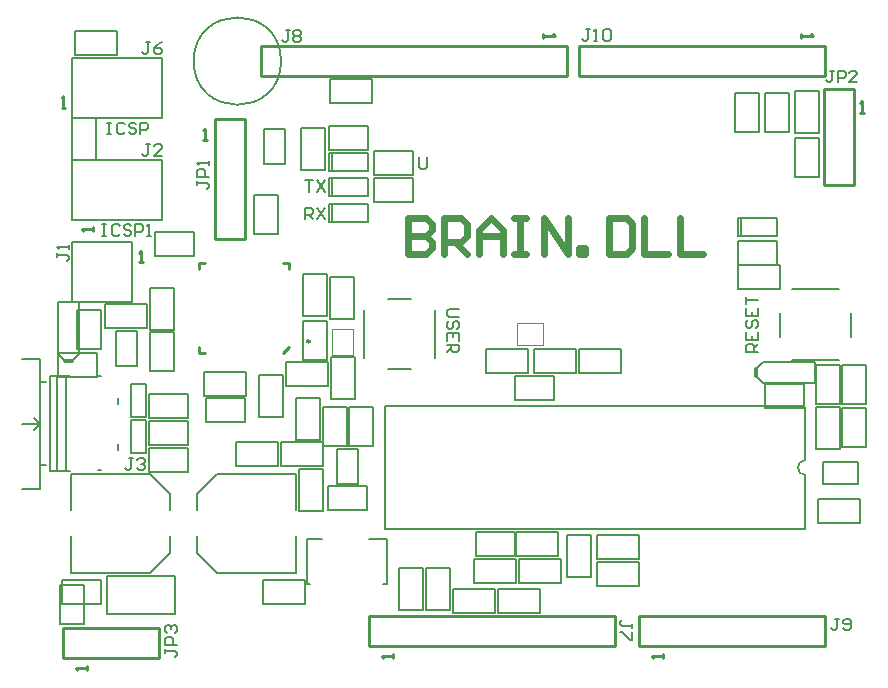
<source format=gto>
G04*
G04 #@! TF.GenerationSoftware,Altium Limited,Altium Designer,21.7.1 (17)*
G04*
G04 Layer_Color=65535*
%FSLAX44Y44*%
%MOMM*%
G71*
G04*
G04 #@! TF.SameCoordinates,7A3013B2-BE9A-4409-8891-BE4D90AA3B49*
G04*
G04*
G04 #@! TF.FilePolarity,Positive*
G04*
G01*
G75*
%ADD10C,0.2000*%
%ADD11C,0.2540*%
%ADD12C,0.3000*%
%ADD13C,0.1200*%
%ADD14C,0.6000*%
D10*
X189400Y508000D02*
G03*
X189400Y508000I-37000J0D01*
G01*
X633350Y170180D02*
G03*
X633350Y157480I0J-6350D01*
G01*
X211000Y65250D02*
Y103250D01*
X224000D01*
X264000D02*
X279000D01*
Y65250D02*
Y103250D01*
X276000Y65250D02*
X279000D01*
X211000D02*
X214000D01*
X12700Y373380D02*
Y424180D01*
Y373380D02*
X88900D01*
Y424180D01*
X12700D02*
X88900D01*
X12700Y459740D02*
Y510540D01*
Y459740D02*
X88900D01*
Y510540D01*
X12700D02*
X88900D01*
X12700Y303900D02*
Y316600D01*
Y342000D02*
Y354700D01*
Y303900D02*
X63500D01*
X12700Y316600D02*
Y342000D01*
Y354700D02*
X63500D01*
Y303900D02*
Y354700D01*
X174642Y450610D02*
X192642D01*
Y420610D02*
Y450610D01*
X174642Y420610D02*
X192642D01*
X174642D02*
Y450610D01*
X49250Y279750D02*
X67250D01*
Y249750D02*
Y279750D01*
X49250Y249750D02*
X67250D01*
X49250D02*
Y279750D01*
X677940Y150258D02*
Y168258D01*
X647940Y150258D02*
X677940D01*
X647940D02*
Y168258D01*
X677940D01*
X236500Y180000D02*
X254500D01*
Y150000D02*
Y180000D01*
X236500Y150000D02*
X254500D01*
X236500D02*
Y180000D01*
X11340Y127840D02*
Y158840D01*
Y74840D02*
Y105840D01*
X95340Y127840D02*
Y141840D01*
Y91840D02*
Y105840D01*
X78340Y158840D02*
X95340Y141840D01*
X11340Y74840D02*
X78340D01*
X11340Y158840D02*
X78340D01*
Y74840D02*
X95340Y91840D01*
X202020Y74840D02*
Y105840D01*
Y127840D02*
Y158840D01*
X118020Y91840D02*
Y105840D01*
Y127840D02*
Y141840D01*
Y91840D02*
X135020Y74840D01*
Y158840D02*
X202020D01*
X135020Y74840D02*
X202020D01*
X118020Y141840D02*
X135020Y158840D01*
X42000Y40000D02*
Y72000D01*
Y40000D02*
X100000D01*
Y72000D01*
X42000D02*
X100000D01*
X671604Y274734D02*
Y294734D01*
X611604Y274734D02*
Y294734D01*
X621604Y254734D02*
X661604D01*
X621604Y314734D02*
X661604D01*
X279750Y247000D02*
X299750D01*
X279750Y307000D02*
X299750D01*
X259750Y257000D02*
Y297000D01*
X319750Y257000D02*
Y297000D01*
X230378Y393954D02*
X232918D01*
X230378Y409194D02*
X232918D01*
Y393954D02*
Y409194D01*
X263398D01*
Y393954D02*
Y409194D01*
X232918Y393954D02*
X263398D01*
X230378D02*
Y409194D01*
X230124Y371602D02*
X232664D01*
X230124Y386842D02*
X232664D01*
Y371602D02*
Y386842D01*
X263144D01*
Y371602D02*
Y386842D01*
X232664Y371602D02*
X263144D01*
X230124D02*
Y386842D01*
Y415290D02*
X232664D01*
X230124Y430530D02*
X232664D01*
Y415290D02*
Y430530D01*
X263144D01*
Y415290D02*
Y430530D01*
X232664Y415290D02*
X263144D01*
X230124D02*
Y430530D01*
X576326Y359918D02*
X578866D01*
X576326Y375158D02*
X578866D01*
Y359918D02*
Y375158D01*
X609346D01*
Y359918D02*
Y375158D01*
X578866Y359918D02*
X609346D01*
X576326D02*
Y375158D01*
X144Y260416D02*
Y304416D01*
X18144Y260416D02*
Y304416D01*
X144D02*
X18144D01*
X144Y260416D02*
X6144Y254416D01*
X12144D02*
X18144Y260416D01*
X597474Y253348D02*
X641474D01*
X597474Y235348D02*
X641474D01*
Y253348D01*
X591474Y247348D02*
X597474Y253348D01*
X591474Y241348D02*
X597474Y235348D01*
X75100Y206530D02*
Y234470D01*
X62400Y206530D02*
X75100D01*
X62400D02*
Y234470D01*
X75100D01*
X62150Y175780D02*
Y203720D01*
X74850D01*
Y175780D02*
Y203720D01*
X62150Y175780D02*
X74850D01*
X-19630Y196000D02*
X-14630Y201000D01*
X-19630Y206000D02*
X-14630Y201000D01*
X-29630D02*
X-14630D01*
X-29630Y146000D02*
X-14630D01*
Y148000D01*
Y166000D02*
X-9630D01*
X-14630Y236000D02*
X-9630D01*
X-14630Y148000D02*
Y256000D01*
X-29630D02*
X-14630D01*
X7370Y161000D02*
Y241000D01*
X51370Y179000D02*
Y184000D01*
Y218000D02*
Y223000D01*
X33370Y241000D02*
X37370D01*
X34370Y162000D02*
X37370D01*
X-630Y161000D02*
X10370D01*
X-6600Y241030D02*
X10340D01*
X-6630Y241000D02*
X-6600Y241030D01*
X-6630Y161000D02*
Y241000D01*
Y161000D02*
X-630D01*
Y241000D01*
X186660Y361990D02*
Y395010D01*
X166340D02*
X186660D01*
X166340Y361990D02*
Y395010D01*
Y361990D02*
X186660D01*
X268067Y411883D02*
Y432203D01*
X301087D01*
Y411883D02*
Y432203D01*
X268067Y411883D02*
X301087D01*
X267990Y388340D02*
X301010D01*
Y408660D01*
X267990D02*
X301010D01*
X267990Y388340D02*
Y408660D01*
X125490Y202090D02*
Y222410D01*
X158510D01*
Y202090D02*
Y222410D01*
X125490Y202090D02*
X158510D01*
X99160Y245240D02*
Y278260D01*
X78840D02*
X99160D01*
X78840Y245240D02*
Y278260D01*
Y245240D02*
X99160D01*
X115570Y342900D02*
Y363220D01*
X82550Y342900D02*
X115570D01*
X82550D02*
Y363220D01*
X115570D01*
X228600Y255270D02*
Y288290D01*
X208280D02*
X228600D01*
X208280Y255270D02*
Y288290D01*
Y255270D02*
X228600D01*
X77490Y205840D02*
Y226160D01*
X110510D01*
Y205840D02*
Y226160D01*
X77490Y205840D02*
X110510D01*
X77490Y183340D02*
X110510D01*
Y203660D01*
X77490D02*
X110510D01*
X77490Y183340D02*
Y203660D01*
X110490Y160020D02*
Y180340D01*
X77470Y160020D02*
X110490D01*
X77470D02*
Y180340D01*
X110490D01*
X619760Y448310D02*
Y481330D01*
X599440D02*
X619760D01*
X599440Y448310D02*
Y481330D01*
Y448310D02*
X619760D01*
X574040D02*
X594360D01*
X574040D02*
Y481330D01*
X594360D01*
Y448310D02*
Y481330D01*
X624840Y410210D02*
Y443230D01*
Y410210D02*
X645160D01*
Y443230D01*
X624840D02*
X645160D01*
X36830Y48260D02*
Y68580D01*
X3810Y48260D02*
X36830D01*
X3810D02*
Y68580D01*
X36830D01*
X2540Y31750D02*
Y64770D01*
Y31750D02*
X22860D01*
Y64770D01*
X2540D02*
X22860D01*
X387350Y88900D02*
Y109220D01*
X354330Y88900D02*
X387350D01*
X354330D02*
Y109220D01*
X387350D01*
X598932Y214376D02*
X631952D01*
Y234696D01*
X598932D02*
X631952D01*
X598932Y214376D02*
Y234696D01*
X230378Y433070D02*
Y453390D01*
X263398D01*
Y433070D02*
Y453390D01*
X230378Y433070D02*
X263398D01*
X576580Y335534D02*
X609600D01*
Y355854D01*
X576580D02*
X609600D01*
X576580Y335534D02*
Y355854D01*
X420370Y220980D02*
Y241300D01*
X387350Y220980D02*
X420370D01*
X387350D02*
Y241300D01*
X420370D01*
X684784Y181102D02*
Y214122D01*
X664464D02*
X684784D01*
X664464Y181102D02*
Y214122D01*
Y181102D02*
X684784D01*
X33274Y240792D02*
Y261112D01*
X254Y240792D02*
X33274D01*
X254D02*
Y261112D01*
X33274D01*
X664210Y217424D02*
Y250444D01*
Y217424D02*
X684530D01*
Y250444D01*
X664210D02*
X684530D01*
X225340Y215010D02*
X245660D01*
Y181990D02*
Y215010D01*
X225340Y181990D02*
X245660D01*
X225340D02*
Y215010D01*
X229240Y127590D02*
X262260D01*
Y147910D01*
X229240D02*
X262260D01*
X229240Y127590D02*
Y147910D01*
X17018Y264668D02*
X37338D01*
X17018D02*
Y297688D01*
X37338D01*
Y264668D02*
Y297688D01*
X642366Y217424D02*
Y250444D01*
Y217424D02*
X662686D01*
Y250444D01*
X642366D02*
X662686D01*
X247090Y215010D02*
X267410D01*
Y181990D02*
Y215010D01*
X247090Y181990D02*
X267410D01*
X247090D02*
Y215010D01*
X633350Y170180D02*
Y214630D01*
X632080Y215900D02*
X633350Y214630D01*
Y111760D02*
Y157480D01*
X277750Y111760D02*
X633350D01*
X277750Y215900D02*
X632080D01*
X277750Y111760D02*
Y215900D01*
X202340Y187220D02*
X222660D01*
X202340D02*
Y222780D01*
X222660D01*
Y187220D02*
Y222780D01*
X229030Y233090D02*
Y253410D01*
X193470Y233090D02*
X229030D01*
X193470D02*
Y253410D01*
X229030D01*
X208280Y327660D02*
X228600D01*
Y292100D02*
Y327660D01*
X208280Y292100D02*
X228600D01*
X208280D02*
Y327660D01*
X171090Y206970D02*
X191410D01*
X171090D02*
Y242530D01*
X191410D01*
Y206970D02*
Y242530D01*
X160030Y224340D02*
Y244660D01*
X124470Y224340D02*
X160030D01*
X124470D02*
Y244660D01*
X160030D01*
X12700Y459740D02*
X33020D01*
Y424180D02*
Y459740D01*
X12700Y424180D02*
X33020D01*
X12700D02*
Y459740D01*
X231140Y325120D02*
X251460D01*
Y289560D02*
Y325120D01*
X231140Y289560D02*
X251460D01*
X231140D02*
Y325120D01*
X231340Y221720D02*
X251660D01*
X231340D02*
Y257280D01*
X251660D01*
Y221720D02*
Y257280D01*
X624840Y482600D02*
X645160D01*
Y447040D02*
Y482600D01*
X624840Y447040D02*
X645160D01*
X624840D02*
Y482600D01*
X173720Y48090D02*
Y68410D01*
X209280D01*
Y48090D02*
Y68410D01*
X173720Y48090D02*
X209280D01*
X289340Y79030D02*
X309660D01*
Y43470D02*
Y79030D01*
X289340Y43470D02*
X309660D01*
X289340D02*
Y79030D01*
X312420Y78740D02*
X332740D01*
Y43180D02*
Y78740D01*
X312420Y43180D02*
X332740D01*
X312420D02*
Y78740D01*
X335280Y40640D02*
Y60960D01*
X370840D01*
Y40640D02*
Y60960D01*
X335280Y40640D02*
X370840D01*
X408940D02*
Y60960D01*
X373380Y40640D02*
X408940D01*
X373380D02*
Y60960D01*
X408940D01*
X612140Y314960D02*
Y335280D01*
X576580Y314960D02*
X612140D01*
X576580D02*
Y335280D01*
X612140D01*
X50800Y513080D02*
Y533400D01*
X15240Y513080D02*
X50800D01*
X15240D02*
Y533400D01*
X50800D01*
X492760Y63500D02*
Y83820D01*
X457200Y63500D02*
X492760D01*
X457200D02*
Y83820D01*
X492760D01*
X441960Y243840D02*
Y264160D01*
X477520D01*
Y243840D02*
Y264160D01*
X441960Y243840D02*
X477520D01*
X266530Y472340D02*
Y492660D01*
X230970Y472340D02*
X266530D01*
X230970D02*
Y492660D01*
X266530D01*
X426720Y66040D02*
Y86360D01*
X391160Y66040D02*
X426720D01*
X391160D02*
Y86360D01*
X426720D01*
X388620Y88900D02*
Y109220D01*
X424180D01*
Y88900D02*
Y109220D01*
X388620Y88900D02*
X424180D01*
X431800Y71120D02*
X452120D01*
X431800D02*
Y106680D01*
X452120D01*
Y71120D02*
Y106680D01*
X206248Y415798D02*
X226568D01*
X206248D02*
Y451358D01*
X226568D01*
Y415798D02*
Y451358D01*
X363220Y243840D02*
Y264160D01*
X398780D01*
Y243840D02*
Y264160D01*
X363220Y243840D02*
X398780D01*
X439420D02*
Y264160D01*
X403860Y243840D02*
X439420D01*
X403860D02*
Y264160D01*
X439420D01*
X78590Y315780D02*
X98910D01*
Y280220D02*
Y315780D01*
X78590Y280220D02*
X98910D01*
X78590D02*
Y315780D01*
X679450Y116586D02*
Y136906D01*
X643890Y116586D02*
X679450D01*
X643890D02*
Y136906D01*
X679450D01*
X151470Y165590D02*
Y185910D01*
X187030D01*
Y165590D02*
Y185910D01*
X151470Y165590D02*
X187030D01*
X40720Y281840D02*
Y302160D01*
X76280D01*
Y281840D02*
Y302160D01*
X40720Y281840D02*
X76280D01*
X642112Y215392D02*
X662432D01*
Y179832D02*
Y215392D01*
X642112Y179832D02*
X662432D01*
X642112D02*
Y215392D01*
X204340Y163030D02*
X224660D01*
Y127470D02*
Y163030D01*
X204340Y127470D02*
X224660D01*
X204340D02*
Y163030D01*
X224780Y164840D02*
Y185160D01*
X189220Y164840D02*
X224780D01*
X189220D02*
Y185160D01*
X224780D01*
X492760Y86360D02*
Y106680D01*
X457200Y86360D02*
X492760D01*
X457200D02*
Y106680D01*
X492760D01*
X353060Y66040D02*
Y86360D01*
X388620D01*
Y66040D02*
Y86360D01*
X353060Y66040D02*
X388620D01*
X306000Y426997D02*
Y418666D01*
X307666Y417000D01*
X310998D01*
X312665Y418666D01*
Y426997D01*
X210000Y406997D02*
X216665D01*
X213332D01*
Y397000D01*
X219997Y406997D02*
X226661Y397000D01*
Y406997D02*
X219997Y397000D01*
X210000Y374000D02*
Y383997D01*
X214998D01*
X216665Y382331D01*
Y378998D01*
X214998Y377332D01*
X210000D01*
X213332D02*
X216665Y374000D01*
X219997Y383997D02*
X226661Y374000D01*
Y383997D02*
X219997Y374000D01*
X37750Y369997D02*
X41082D01*
X39416D01*
Y360000D01*
X37750D01*
X41082D01*
X52745Y368331D02*
X51079Y369997D01*
X47747D01*
X46081Y368331D01*
Y361666D01*
X47747Y360000D01*
X51079D01*
X52745Y361666D01*
X62742Y368331D02*
X61076Y369997D01*
X57744D01*
X56077Y368331D01*
Y366665D01*
X57744Y364998D01*
X61076D01*
X62742Y363332D01*
Y361666D01*
X61076Y360000D01*
X57744D01*
X56077Y361666D01*
X66074Y360000D02*
Y369997D01*
X71073D01*
X72739Y368331D01*
Y364998D01*
X71073Y363332D01*
X66074D01*
X76071Y360000D02*
X79403D01*
X77737D01*
Y369997D01*
X76071Y368331D01*
X42000Y455997D02*
X45332D01*
X43666D01*
Y446000D01*
X42000D01*
X45332D01*
X56995Y454331D02*
X55329Y455997D01*
X51997D01*
X50331Y454331D01*
Y447666D01*
X51997Y446000D01*
X55329D01*
X56995Y447666D01*
X66992Y454331D02*
X65326Y455997D01*
X61994D01*
X60327Y454331D01*
Y452664D01*
X61994Y450998D01*
X65326D01*
X66992Y449332D01*
Y447666D01*
X65326Y446000D01*
X61994D01*
X60327Y447666D01*
X70324Y446000D02*
Y455997D01*
X75323D01*
X76989Y454331D01*
Y450998D01*
X75323Y449332D01*
X70324D01*
X339997Y298000D02*
X331666D01*
X330000Y296334D01*
Y293002D01*
X331666Y291336D01*
X339997D01*
X338331Y281339D02*
X339997Y283005D01*
Y286337D01*
X338331Y288003D01*
X336665D01*
X334998Y286337D01*
Y283005D01*
X333332Y281339D01*
X331666D01*
X330000Y283005D01*
Y286337D01*
X331666Y288003D01*
X339997Y271342D02*
Y278006D01*
X330000D01*
Y271342D01*
X334998Y278006D02*
Y274674D01*
X330000Y268010D02*
X339997D01*
Y263011D01*
X338331Y261345D01*
X334998D01*
X333332Y263011D01*
Y268010D01*
Y264677D02*
X330000Y261345D01*
X593000Y262000D02*
X583003D01*
Y266998D01*
X584669Y268664D01*
X588002D01*
X589668Y266998D01*
Y262000D01*
Y265332D02*
X593000Y268664D01*
X583003Y278661D02*
Y271997D01*
X593000D01*
Y278661D01*
X588002Y271997D02*
Y275329D01*
X584669Y288658D02*
X583003Y286992D01*
Y283660D01*
X584669Y281994D01*
X586335D01*
X588002Y283660D01*
Y286992D01*
X589668Y288658D01*
X591334D01*
X593000Y286992D01*
Y283660D01*
X591334Y281994D01*
X583003Y298655D02*
Y291990D01*
X593000D01*
Y298655D01*
X588002Y291990D02*
Y295322D01*
X583003Y301987D02*
Y308652D01*
Y305319D01*
X593000D01*
X91002Y10335D02*
Y7003D01*
Y8669D01*
X99332D01*
X100998Y7003D01*
Y5337D01*
X99332Y3671D01*
X100998Y13668D02*
X91002D01*
Y18666D01*
X92668Y20332D01*
X96000D01*
X97666Y18666D01*
Y13668D01*
X92668Y23665D02*
X91002Y25331D01*
Y28663D01*
X92668Y30329D01*
X94334D01*
X96000Y28663D01*
Y26997D01*
Y28663D01*
X97666Y30329D01*
X99332D01*
X100998Y28663D01*
Y25331D01*
X99332Y23665D01*
X657336Y499998D02*
X654003D01*
X655669D01*
Y491668D01*
X654003Y490002D01*
X652337D01*
X650671Y491668D01*
X660668Y490002D02*
Y499998D01*
X665666D01*
X667332Y498332D01*
Y495000D01*
X665666Y493334D01*
X660668D01*
X677329Y490002D02*
X670665D01*
X677329Y496666D01*
Y498332D01*
X675663Y499998D01*
X672331D01*
X670665Y498332D01*
X118502Y406752D02*
Y403419D01*
Y405085D01*
X126832D01*
X128498Y403419D01*
Y401753D01*
X126832Y400087D01*
X128498Y410084D02*
X118502D01*
Y415082D01*
X120168Y416748D01*
X123500D01*
X125166Y415082D01*
Y410084D01*
X128498Y420081D02*
Y423413D01*
Y421747D01*
X118502D01*
X120168Y420081D01*
X450668Y534998D02*
X447336D01*
X449002D01*
Y526668D01*
X447336Y525002D01*
X445670D01*
X444004Y526668D01*
X454001Y525002D02*
X457333D01*
X455667D01*
Y534998D01*
X454001Y533332D01*
X462332D02*
X463998Y534998D01*
X467330D01*
X468996Y533332D01*
Y526668D01*
X467330Y525002D01*
X463998D01*
X462332Y526668D01*
Y533332D01*
X661584Y35998D02*
X658252D01*
X659918D01*
Y27668D01*
X658252Y26002D01*
X656585D01*
X654919Y27668D01*
X664916D02*
X666582Y26002D01*
X669914D01*
X671581Y27668D01*
Y34332D01*
X669914Y35998D01*
X666582D01*
X664916Y34332D01*
Y32666D01*
X666582Y31000D01*
X671581D01*
X196584Y533998D02*
X193252D01*
X194918D01*
Y525668D01*
X193252Y524002D01*
X191586D01*
X189919Y525668D01*
X199916Y532332D02*
X201582Y533998D01*
X204914D01*
X206581Y532332D01*
Y530666D01*
X204914Y529000D01*
X206581Y527334D01*
Y525668D01*
X204914Y524002D01*
X201582D01*
X199916Y525668D01*
Y527334D01*
X201582Y529000D01*
X199916Y530666D01*
Y532332D01*
X201582Y529000D02*
X204914D01*
X486748Y28166D02*
Y31498D01*
Y29832D01*
X478418D01*
X476752Y31498D01*
Y33165D01*
X478418Y34831D01*
X486748Y24834D02*
Y18169D01*
X485082D01*
X478418Y24834D01*
X476752D01*
X78334Y523998D02*
X75002D01*
X76668D01*
Y515668D01*
X75002Y514002D01*
X73335D01*
X71669Y515668D01*
X88331Y523998D02*
X84998Y522332D01*
X81666Y519000D01*
Y515668D01*
X83332Y514002D01*
X86664D01*
X88331Y515668D01*
Y517334D01*
X86664Y519000D01*
X81666D01*
X64334Y171998D02*
X61002D01*
X62668D01*
Y163668D01*
X61002Y162002D01*
X59335D01*
X57669Y163668D01*
X67666Y170332D02*
X69332Y171998D01*
X72664D01*
X74331Y170332D01*
Y168666D01*
X72664Y167000D01*
X70998D01*
X72664D01*
X74331Y165334D01*
Y163668D01*
X72664Y162002D01*
X69332D01*
X67666Y163668D01*
X78334Y437998D02*
X75002D01*
X76668D01*
Y429668D01*
X75002Y428002D01*
X73335D01*
X71669Y429668D01*
X88331Y428002D02*
X81666D01*
X88331Y434666D01*
Y436332D01*
X86664Y437998D01*
X83332D01*
X81666Y436332D01*
X-498Y345750D02*
Y342418D01*
Y344084D01*
X7832D01*
X9498Y342418D01*
Y340752D01*
X7832Y339086D01*
X9498Y349082D02*
Y352415D01*
Y350748D01*
X-498D01*
X1168Y349082D01*
D11*
X213750Y270806D02*
G03*
X213750Y270806I-1136J0D01*
G01*
X172720Y520700D02*
X431800D01*
X172720Y495300D02*
Y520700D01*
Y495300D02*
X431800D01*
Y520700D01*
X264160Y12700D02*
X472440D01*
Y38100D01*
X264160D02*
X472440D01*
X264160Y12700D02*
Y38100D01*
X441960Y520700D02*
X650240D01*
X441960Y495300D02*
Y520700D01*
Y495300D02*
X650240D01*
Y520700D01*
X492760Y12700D02*
X650240D01*
Y38100D01*
X492760D02*
X650240D01*
X492760Y12700D02*
Y38100D01*
X649300Y402960D02*
Y484240D01*
X674700Y402960D02*
Y484240D01*
X649300D02*
X674700D01*
X649300Y402960D02*
X674700D01*
X5080Y2540D02*
X86360D01*
X5080Y27940D02*
X86360D01*
X5080Y2540D02*
Y27940D01*
X86360Y2540D02*
Y27940D01*
X133300Y458700D02*
X158700D01*
Y357100D02*
Y458700D01*
X133300Y357100D02*
X158700D01*
X133300D02*
Y458700D01*
X190770Y260900D02*
X195850Y265980D01*
X119650Y260900D02*
Y265980D01*
Y260900D02*
X124730D01*
X119650Y337100D02*
X124730D01*
X119650Y332020D02*
Y337100D01*
X190770D02*
X195850D01*
Y332020D02*
Y337100D01*
X411480Y530860D02*
Y527528D01*
Y529194D01*
X421477D01*
X419811Y530860D01*
X284480Y2540D02*
Y5872D01*
Y4206D01*
X274483D01*
X276149Y2540D01*
X629920Y530860D02*
Y527528D01*
Y529194D01*
X639917D01*
X638251Y530860D01*
X513080Y2540D02*
Y5872D01*
Y4206D01*
X503083D01*
X504749Y2540D01*
X679301Y463932D02*
X682633D01*
X680967D01*
Y473929D01*
X679301Y472263D01*
X25400Y-7620D02*
Y-4288D01*
Y-5954D01*
X15403D01*
X17069Y-7620D01*
X30480Y364490D02*
Y367822D01*
Y366156D01*
X20483D01*
X22149Y364490D01*
X3540Y468040D02*
X6872D01*
X5206D01*
Y478037D01*
X3540Y476371D01*
X69540Y337540D02*
X72872D01*
X71206D01*
Y347537D01*
X69540Y345871D01*
X123140Y440920D02*
X126472D01*
X124806D01*
Y450917D01*
X123140Y449251D01*
D12*
X6144Y254416D02*
X12144D01*
X591474Y241348D02*
Y247348D01*
D13*
X250380Y259360D02*
Y281360D01*
X232380Y259360D02*
X250380D01*
X232380D02*
Y281360D01*
X250380D01*
X389200Y285940D02*
X411200D01*
Y267940D02*
Y285940D01*
X389200Y267940D02*
X411200D01*
X389200D02*
Y285940D01*
D14*
X297000Y374990D02*
Y345000D01*
X311995D01*
X316994Y349998D01*
Y354997D01*
X311995Y359995D01*
X297000D01*
X311995D01*
X316994Y364994D01*
Y369992D01*
X311995Y374990D01*
X297000D01*
X326990Y345000D02*
Y374990D01*
X341985D01*
X346984Y369992D01*
Y359995D01*
X341985Y354997D01*
X326990D01*
X336987D02*
X346984Y345000D01*
X356981D02*
Y364994D01*
X366977Y374990D01*
X376974Y364994D01*
Y345000D01*
Y359995D01*
X356981D01*
X386971Y374990D02*
X396968D01*
X391969D01*
Y345000D01*
X386971D01*
X396968D01*
X411963D02*
Y374990D01*
X431956Y345000D01*
Y374990D01*
X441953Y345000D02*
Y349998D01*
X446951D01*
Y345000D01*
X441953D01*
X466945Y374990D02*
Y345000D01*
X481940D01*
X486939Y349998D01*
Y369992D01*
X481940Y374990D01*
X466945D01*
X496935D02*
Y345000D01*
X516929D01*
X526926Y374990D02*
Y345000D01*
X546919D01*
M02*

</source>
